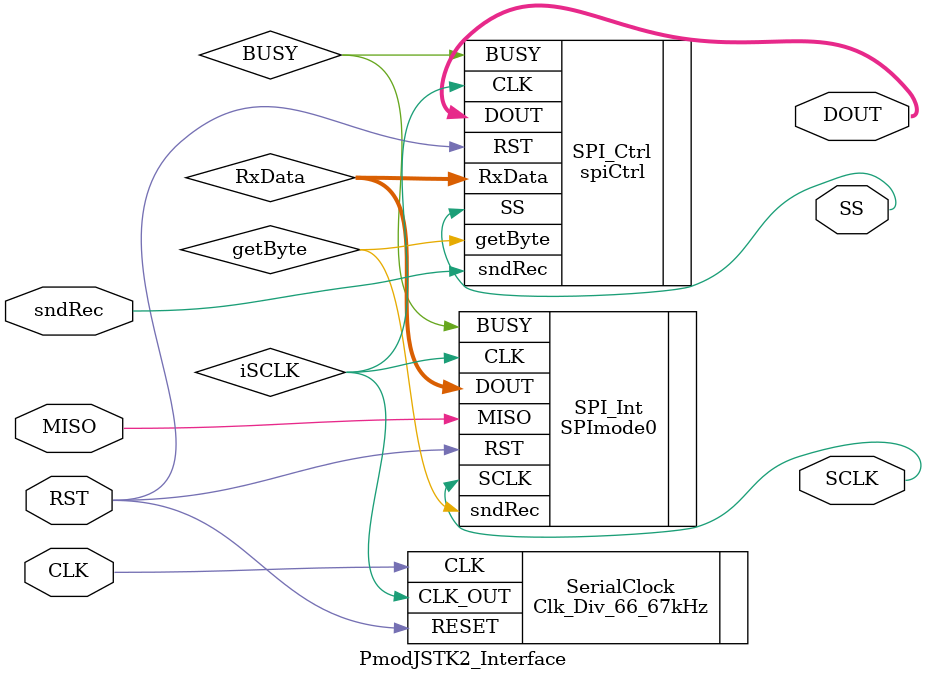
<source format=v>
/** Aaron Joseph Nanas
**  ECE 526
**  Final Project: Servo-Controlled Robot Arm
**  Module: PmodJSTK2_Interface.v
**  Credits to: Josh Sackos (Digilent Inc.)
**  Reference: Pmod JSTK Demo Project
**  https://reference.digilentinc.com/reference/pmod/pmodjstk/reference-manual

**  Description: This module serves as the Pmod JSTK2 interface.
**  It consists of the 66.67khZ Serial Clock module, a SPI interface,
**  and a SPI controller. The SPI interface module sends and receives
**  bytes of data to and from the Pmod JSTK2, while the SPI controller
**  will handle all the data transfer request and the bytes of data
**  that are being transferred to the Pmod JSTK2.
*/
`timescale 1ns / 1ps

module PmodJSTK2_Interface(CLK, RST, sndRec, MISO, SS, SCLK, DOUT);

    input CLK;  // 100 MHz Clock
    input RST; // Reset
    input sndRec; // Signal that initiates read/write request
    input MISO; 
    output SS; // Active low slave select signal
    output SCLK; 
    output [39:0] DOUT; // Signal that stores the data from the slave
    
    wire SCLK;
    wire [39:0] DOUT;
    
    wire getByte; // Initiates the data transfer in SPI_Int
    wire [7:0] RxData; // Receive data from SPI_Int
    wire BUSY; // Handshake signal from SPI_Int to SPI_Ctrl
    wire iSCLK; // Internal Serial Clock
    
    // SPI Controller
    spiCtrl SPI_Ctrl(.CLK(iSCLK), .RST(RST), .sndRec(sndRec), .BUSY(BUSY), .RxData(RxData), .SS(SS), .getByte(getByte), .DOUT(DOUT));
    
    // SPI Mode 0
    SPImode0 SPI_Int(.CLK(iSCLK), .RST(RST), .sndRec(getByte), .MISO(MISO), .SCLK(SCLK), .BUSY(BUSY), .DOUT(RxData));
    
    // SPI Controller Serial Clock
    Clk_Div_66_67kHz SerialClock(.CLK(CLK), .RESET(RST), .CLK_OUT(iSCLK));

endmodule

</source>
